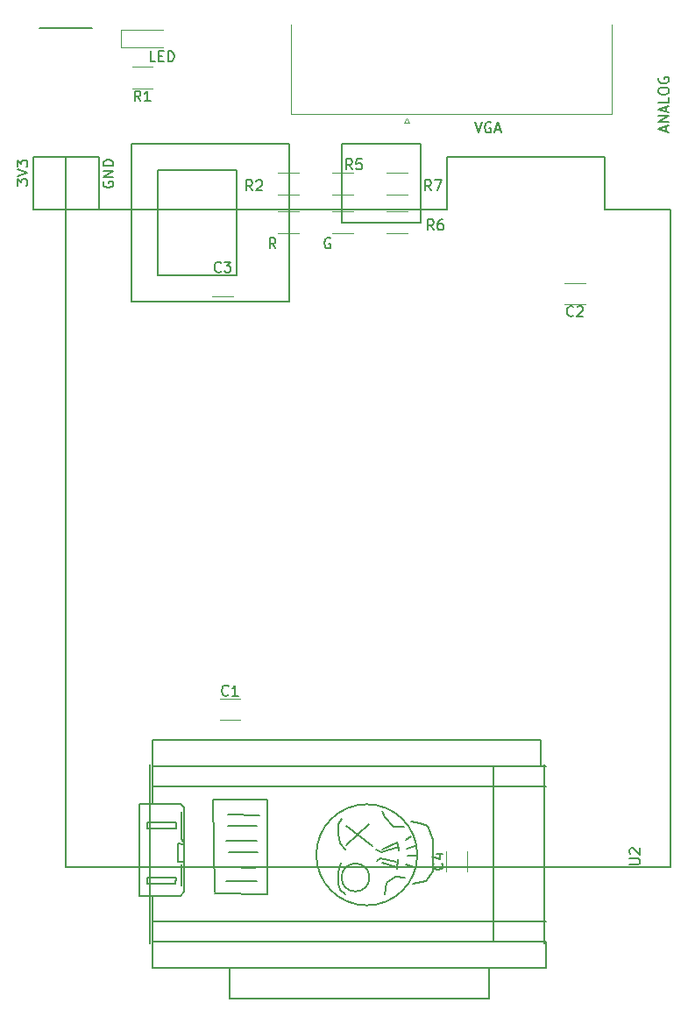
<source format=gbr>
G04 #@! TF.GenerationSoftware,KiCad,Pcbnew,5.0.0-rc2-dev-unknown-0f0d9af~63~ubuntu16.04.1*
G04 #@! TF.CreationDate,2018-03-29T12:16:37-07:00*
G04 #@! TF.ProjectId,mojoback_sram,6D6F6A6F6261636B5F7372616D2E6B69,rev?*
G04 #@! TF.SameCoordinates,Original*
G04 #@! TF.FileFunction,Legend,Top*
G04 #@! TF.FilePolarity,Positive*
%FSLAX46Y46*%
G04 Gerber Fmt 4.6, Leading zero omitted, Abs format (unit mm)*
G04 Created by KiCad (PCBNEW 5.0.0-rc2-dev-unknown-0f0d9af~63~ubuntu16.04.1) date Thu Mar 29 12:16:37 2018*
%MOMM*%
%LPD*%
G01*
G04 APERTURE LIST*
%ADD10C,0.120000*%
%ADD11C,0.150000*%
G04 APERTURE END LIST*
D10*
X98795000Y-104669000D02*
X100795000Y-104669000D01*
X100795000Y-102629000D02*
X98795000Y-102629000D01*
X132117000Y-64537000D02*
X134117000Y-64537000D01*
X134117000Y-62497000D02*
X132117000Y-62497000D01*
X100081000Y-61735000D02*
X98081000Y-61735000D01*
X98081000Y-63775000D02*
X100081000Y-63775000D01*
X122683000Y-119357000D02*
X122683000Y-117357000D01*
X120643000Y-117357000D02*
X120643000Y-119357000D01*
X89275000Y-38035000D02*
X93325000Y-38035000D01*
X89275000Y-39735000D02*
X93325000Y-39735000D01*
X89225000Y-38035000D02*
X89225000Y-39735000D01*
D11*
X100463500Y-51600001D02*
X92843500Y-51600001D01*
X100463500Y-61760001D02*
X100463500Y-51600001D01*
X92843500Y-61760001D02*
X100463500Y-61760001D01*
X92843500Y-51600001D02*
X92843500Y-61760001D01*
X118243500Y-49060001D02*
X110623500Y-49060001D01*
X118243500Y-56680001D02*
X118243500Y-49060001D01*
X110623500Y-56680001D02*
X118243500Y-56680001D01*
X110623500Y-49060001D02*
X110623500Y-56680001D01*
X90303500Y-49060001D02*
X90303500Y-64300001D01*
X105543500Y-49060001D02*
X90303500Y-49060001D01*
X105543500Y-64300001D02*
X105543500Y-49060001D01*
X90303500Y-64300001D02*
X105543500Y-64300001D01*
X81413500Y-37884001D02*
X86493500Y-37884001D01*
X83953500Y-118910001D02*
X83953500Y-55410001D01*
X142373500Y-118910001D02*
X83953500Y-118910001D01*
X142373500Y-55410001D02*
X142373500Y-118910001D01*
X136023500Y-55410001D02*
X142373500Y-55410001D01*
X136023500Y-50330001D02*
X136023500Y-55410001D01*
X120783500Y-50330001D02*
X136023500Y-50330001D01*
X120783500Y-55410001D02*
X120783500Y-50330001D01*
X83953500Y-55410001D02*
X120783500Y-55410001D01*
X83953500Y-55410001D02*
X80778500Y-55410001D01*
X80778500Y-55410001D02*
X80778500Y-50330001D01*
X80778500Y-50330001D02*
X87128500Y-50330001D01*
X87128500Y-50330001D02*
X87128500Y-55410001D01*
X83953500Y-55410001D02*
X83953500Y-50330001D01*
D10*
X92325000Y-43705000D02*
X90325000Y-43705000D01*
X90325000Y-41565000D02*
X92325000Y-41565000D01*
X106425000Y-53955000D02*
X104425000Y-53955000D01*
X104425000Y-51815000D02*
X106425000Y-51815000D01*
X104425000Y-55565000D02*
X106425000Y-55565000D01*
X106425000Y-57705000D02*
X104425000Y-57705000D01*
X111675000Y-57705000D02*
X109675000Y-57705000D01*
X109675000Y-55565000D02*
X111675000Y-55565000D01*
X109675000Y-51815000D02*
X111675000Y-51815000D01*
X111675000Y-53955000D02*
X109675000Y-53955000D01*
X116925000Y-57705000D02*
X114925000Y-57705000D01*
X114925000Y-55565000D02*
X116925000Y-55565000D01*
X114925000Y-51815000D02*
X116925000Y-51815000D01*
X116925000Y-53955000D02*
X114925000Y-53955000D01*
D11*
X110385000Y-121059000D02*
X110905000Y-121529000D01*
X110275000Y-120539000D02*
X110385000Y-121059000D01*
X110275000Y-119429000D02*
X110275000Y-120539000D01*
X110545000Y-118479000D02*
X110275000Y-119429000D01*
X110275000Y-114759000D02*
X110625000Y-114199000D01*
X110235000Y-115709000D02*
X110275000Y-114759000D01*
X110385000Y-116619000D02*
X110235000Y-115709000D01*
X110905000Y-117219000D02*
X110385000Y-116619000D01*
X116055000Y-117249000D02*
X115935000Y-116459000D01*
X115935000Y-119039000D02*
X116015000Y-118169000D01*
X115935000Y-116499000D02*
X114515000Y-117219000D01*
X115815000Y-118919000D02*
X114515000Y-118439000D01*
X114395000Y-117489000D02*
X113915000Y-117219000D01*
X116095000Y-116939000D02*
X114395000Y-117489000D01*
X114355000Y-118089000D02*
X113955000Y-118319000D01*
X115855000Y-118359000D02*
X114355000Y-118089000D01*
X118155000Y-114639000D02*
X117275000Y-114499000D01*
X118925000Y-114899000D02*
X118155000Y-114639000D01*
X119365000Y-116249000D02*
X118925000Y-114899000D01*
X119395000Y-118079000D02*
X119365000Y-116249000D01*
X119395000Y-119279000D02*
X119395000Y-118079000D01*
X118705000Y-120269000D02*
X119395000Y-119279000D01*
X117425000Y-120519000D02*
X118705000Y-120269000D01*
X116805000Y-116289000D02*
X117245000Y-115959000D01*
X116875000Y-117089000D02*
X117685000Y-116829000D01*
X116955000Y-117779000D02*
X117825000Y-117779000D01*
X116765000Y-118659000D02*
X117495000Y-118919000D01*
X114755000Y-114059000D02*
X114505000Y-113439000D01*
X115595000Y-114969000D02*
X114755000Y-114059000D01*
X116625000Y-115009000D02*
X115595000Y-114969000D01*
X115745000Y-119789000D02*
X116695000Y-119869000D01*
X114945000Y-120449000D02*
X115745000Y-119789000D01*
X114725000Y-121509000D02*
X114945000Y-120449000D01*
X113585000Y-116869000D02*
X111035000Y-114899000D01*
X111035000Y-116759000D02*
X113185000Y-114719000D01*
X113250288Y-119899000D02*
G75*
G03X113250288Y-119899000I-1345288J0D01*
G01*
X117884119Y-117709000D02*
G75*
G03X117884119Y-117709000I-4879119J0D01*
G01*
X92275000Y-112619000D02*
X92275000Y-109119000D01*
X92275000Y-126119000D02*
X92275000Y-121619000D01*
X130275000Y-124119000D02*
X92275000Y-124119000D01*
X124775000Y-131619000D02*
X124775000Y-128619000D01*
X99775000Y-131619000D02*
X124775000Y-131619000D01*
X99775000Y-131119000D02*
X99775000Y-131619000D01*
X99775000Y-128619000D02*
X99775000Y-131119000D01*
X92275000Y-128619000D02*
X92275000Y-126119000D01*
X130275000Y-128619000D02*
X92275000Y-128619000D01*
X130275000Y-126119000D02*
X130275000Y-128619000D01*
X92275000Y-106619000D02*
X92275000Y-109119000D01*
X129775000Y-106619000D02*
X92275000Y-106619000D01*
X129775000Y-109119000D02*
X129775000Y-106619000D01*
X125275000Y-109119000D02*
X125275000Y-126119000D01*
X92275000Y-111119000D02*
X130275000Y-111119000D01*
X130275000Y-109119000D02*
X92275000Y-109119000D01*
X92275000Y-126119000D02*
X130275000Y-126119000D01*
X92072000Y-126001000D02*
X92072000Y-108983000D01*
X130172000Y-108983000D02*
X130172000Y-126255000D01*
X92072000Y-125874000D02*
X92072000Y-126255000D01*
X91310000Y-121683000D02*
X94993000Y-121683000D01*
X94993000Y-121683000D02*
X95374000Y-121302000D01*
X95374000Y-121302000D02*
X95374000Y-113174000D01*
X95374000Y-113174000D02*
X94993000Y-112793000D01*
X94993000Y-112793000D02*
X91056000Y-112793000D01*
X91056000Y-112793000D02*
X91056000Y-121683000D01*
X91056000Y-121683000D02*
X91437000Y-121683000D01*
X91818000Y-120540000D02*
X91818000Y-119905000D01*
X91818000Y-119905000D02*
X94612000Y-119905000D01*
X94612000Y-119905000D02*
X94485000Y-120540000D01*
X94485000Y-120540000D02*
X91818000Y-120540000D01*
X91818000Y-115079000D02*
X91818000Y-114571000D01*
X91818000Y-114571000D02*
X94612000Y-114571000D01*
X94612000Y-114571000D02*
X94612000Y-115206000D01*
X94612000Y-115206000D02*
X91818000Y-115206000D01*
X95247000Y-118381000D02*
X94739000Y-118381000D01*
X94739000Y-118381000D02*
X94739000Y-116603000D01*
X94739000Y-116603000D02*
X95247000Y-116730000D01*
X95120000Y-120667000D02*
X95120000Y-118635000D01*
X95247000Y-116476000D02*
X95120000Y-116222000D01*
X95120000Y-116222000D02*
X95120000Y-113555000D01*
X98295000Y-121429000D02*
X103375000Y-121556000D01*
X103375000Y-121556000D02*
X103375000Y-112412000D01*
X103375000Y-112412000D02*
X98168000Y-112412000D01*
X98168000Y-112412000D02*
X98295000Y-121302000D01*
X102359000Y-120286000D02*
X99438000Y-120286000D01*
X102232000Y-119016000D02*
X99565000Y-118889000D01*
X102486000Y-117492000D02*
X99692000Y-117492000D01*
X102359000Y-116349000D02*
X99438000Y-116349000D01*
X102359000Y-114952000D02*
X99565000Y-114952000D01*
X102613000Y-113936000D02*
X99565000Y-113809000D01*
D10*
X116833000Y-46598325D02*
X117083000Y-47031338D01*
X116583000Y-47031338D02*
X116833000Y-46598325D01*
X117083000Y-47031338D02*
X116583000Y-47031338D01*
X105663000Y-46137000D02*
X105663000Y-37537000D01*
X136633000Y-46137000D02*
X105663000Y-46137000D01*
X136633000Y-37537000D02*
X136633000Y-46137000D01*
D11*
X99628333Y-102256142D02*
X99580714Y-102303761D01*
X99437857Y-102351380D01*
X99342619Y-102351380D01*
X99199761Y-102303761D01*
X99104523Y-102208523D01*
X99056904Y-102113285D01*
X99009285Y-101922809D01*
X99009285Y-101779952D01*
X99056904Y-101589476D01*
X99104523Y-101494238D01*
X99199761Y-101399000D01*
X99342619Y-101351380D01*
X99437857Y-101351380D01*
X99580714Y-101399000D01*
X99628333Y-101446619D01*
X100580714Y-102351380D02*
X100009285Y-102351380D01*
X100295000Y-102351380D02*
X100295000Y-101351380D01*
X100199761Y-101494238D01*
X100104523Y-101589476D01*
X100009285Y-101637095D01*
X132950333Y-65624142D02*
X132902714Y-65671761D01*
X132759857Y-65719380D01*
X132664619Y-65719380D01*
X132521761Y-65671761D01*
X132426523Y-65576523D01*
X132378904Y-65481285D01*
X132331285Y-65290809D01*
X132331285Y-65147952D01*
X132378904Y-64957476D01*
X132426523Y-64862238D01*
X132521761Y-64767000D01*
X132664619Y-64719380D01*
X132759857Y-64719380D01*
X132902714Y-64767000D01*
X132950333Y-64814619D01*
X133331285Y-64814619D02*
X133378904Y-64767000D01*
X133474142Y-64719380D01*
X133712238Y-64719380D01*
X133807476Y-64767000D01*
X133855095Y-64814619D01*
X133902714Y-64909857D01*
X133902714Y-65005095D01*
X133855095Y-65147952D01*
X133283666Y-65719380D01*
X133902714Y-65719380D01*
X98914333Y-61362142D02*
X98866714Y-61409761D01*
X98723857Y-61457380D01*
X98628619Y-61457380D01*
X98485761Y-61409761D01*
X98390523Y-61314523D01*
X98342904Y-61219285D01*
X98295285Y-61028809D01*
X98295285Y-60885952D01*
X98342904Y-60695476D01*
X98390523Y-60600238D01*
X98485761Y-60505000D01*
X98628619Y-60457380D01*
X98723857Y-60457380D01*
X98866714Y-60505000D01*
X98914333Y-60552619D01*
X99247666Y-60457380D02*
X99866714Y-60457380D01*
X99533380Y-60838333D01*
X99676238Y-60838333D01*
X99771476Y-60885952D01*
X99819095Y-60933571D01*
X99866714Y-61028809D01*
X99866714Y-61266904D01*
X99819095Y-61362142D01*
X99771476Y-61409761D01*
X99676238Y-61457380D01*
X99390523Y-61457380D01*
X99295285Y-61409761D01*
X99247666Y-61362142D01*
X120270142Y-118523666D02*
X120317761Y-118571285D01*
X120365380Y-118714142D01*
X120365380Y-118809380D01*
X120317761Y-118952238D01*
X120222523Y-119047476D01*
X120127285Y-119095095D01*
X119936809Y-119142714D01*
X119793952Y-119142714D01*
X119603476Y-119095095D01*
X119508238Y-119047476D01*
X119413000Y-118952238D01*
X119365380Y-118809380D01*
X119365380Y-118714142D01*
X119413000Y-118571285D01*
X119460619Y-118523666D01*
X119698714Y-117666523D02*
X120365380Y-117666523D01*
X119317761Y-117904619D02*
X120032047Y-118142714D01*
X120032047Y-117523666D01*
X92572142Y-41109380D02*
X92095952Y-41109380D01*
X92095952Y-40109380D01*
X92905476Y-40585571D02*
X93238809Y-40585571D01*
X93381666Y-41109380D02*
X92905476Y-41109380D01*
X92905476Y-40109380D01*
X93381666Y-40109380D01*
X93810238Y-41109380D02*
X93810238Y-40109380D01*
X94048333Y-40109380D01*
X94191190Y-40157000D01*
X94286428Y-40252238D01*
X94334047Y-40347476D01*
X94381666Y-40537952D01*
X94381666Y-40680809D01*
X94334047Y-40871285D01*
X94286428Y-40966523D01*
X94191190Y-41061761D01*
X94048333Y-41109380D01*
X93810238Y-41109380D01*
X87575000Y-52696904D02*
X87527380Y-52792142D01*
X87527380Y-52935000D01*
X87575000Y-53077857D01*
X87670238Y-53173095D01*
X87765476Y-53220714D01*
X87955952Y-53268333D01*
X88098809Y-53268333D01*
X88289285Y-53220714D01*
X88384523Y-53173095D01*
X88479761Y-53077857D01*
X88527380Y-52935000D01*
X88527380Y-52839761D01*
X88479761Y-52696904D01*
X88432142Y-52649285D01*
X88098809Y-52649285D01*
X88098809Y-52839761D01*
X88527380Y-52220714D02*
X87527380Y-52220714D01*
X88527380Y-51649285D01*
X87527380Y-51649285D01*
X88527380Y-51173095D02*
X87527380Y-51173095D01*
X87527380Y-50935000D01*
X87575000Y-50792142D01*
X87670238Y-50696904D01*
X87765476Y-50649285D01*
X87955952Y-50601666D01*
X88098809Y-50601666D01*
X88289285Y-50649285D01*
X88384523Y-50696904D01*
X88479761Y-50792142D01*
X88527380Y-50935000D01*
X88527380Y-51173095D01*
X79227380Y-53073095D02*
X79227380Y-52454047D01*
X79608333Y-52787380D01*
X79608333Y-52644523D01*
X79655952Y-52549285D01*
X79703571Y-52501666D01*
X79798809Y-52454047D01*
X80036904Y-52454047D01*
X80132142Y-52501666D01*
X80179761Y-52549285D01*
X80227380Y-52644523D01*
X80227380Y-52930238D01*
X80179761Y-53025476D01*
X80132142Y-53073095D01*
X79227380Y-52168333D02*
X80227380Y-51835000D01*
X79227380Y-51501666D01*
X79227380Y-51263571D02*
X79227380Y-50644523D01*
X79608333Y-50977857D01*
X79608333Y-50835000D01*
X79655952Y-50739761D01*
X79703571Y-50692142D01*
X79798809Y-50644523D01*
X80036904Y-50644523D01*
X80132142Y-50692142D01*
X80179761Y-50739761D01*
X80227380Y-50835000D01*
X80227380Y-51120714D01*
X80179761Y-51215952D01*
X80132142Y-51263571D01*
X141895666Y-47848047D02*
X141895666Y-47371857D01*
X142181380Y-47943285D02*
X141181380Y-47609952D01*
X142181380Y-47276619D01*
X142181380Y-46943285D02*
X141181380Y-46943285D01*
X142181380Y-46371857D01*
X141181380Y-46371857D01*
X141895666Y-45943285D02*
X141895666Y-45467095D01*
X142181380Y-46038523D02*
X141181380Y-45705190D01*
X142181380Y-45371857D01*
X142181380Y-44562333D02*
X142181380Y-45038523D01*
X141181380Y-45038523D01*
X141181380Y-44038523D02*
X141181380Y-43848047D01*
X141229000Y-43752809D01*
X141324238Y-43657571D01*
X141514714Y-43609952D01*
X141848047Y-43609952D01*
X142038523Y-43657571D01*
X142133761Y-43752809D01*
X142181380Y-43848047D01*
X142181380Y-44038523D01*
X142133761Y-44133761D01*
X142038523Y-44229000D01*
X141848047Y-44276619D01*
X141514714Y-44276619D01*
X141324238Y-44229000D01*
X141229000Y-44133761D01*
X141181380Y-44038523D01*
X141229000Y-42657571D02*
X141181380Y-42752809D01*
X141181380Y-42895666D01*
X141229000Y-43038523D01*
X141324238Y-43133761D01*
X141419476Y-43181380D01*
X141609952Y-43229000D01*
X141752809Y-43229000D01*
X141943285Y-43181380D01*
X142038523Y-43133761D01*
X142133761Y-43038523D01*
X142181380Y-42895666D01*
X142181380Y-42800428D01*
X142133761Y-42657571D01*
X142086142Y-42609952D01*
X141752809Y-42609952D01*
X141752809Y-42800428D01*
X91158333Y-44937380D02*
X90825000Y-44461190D01*
X90586904Y-44937380D02*
X90586904Y-43937380D01*
X90967857Y-43937380D01*
X91063095Y-43985000D01*
X91110714Y-44032619D01*
X91158333Y-44127857D01*
X91158333Y-44270714D01*
X91110714Y-44365952D01*
X91063095Y-44413571D01*
X90967857Y-44461190D01*
X90586904Y-44461190D01*
X92110714Y-44937380D02*
X91539285Y-44937380D01*
X91825000Y-44937380D02*
X91825000Y-43937380D01*
X91729761Y-44080238D01*
X91634523Y-44175476D01*
X91539285Y-44223095D01*
X101938333Y-53555380D02*
X101605000Y-53079190D01*
X101366904Y-53555380D02*
X101366904Y-52555380D01*
X101747857Y-52555380D01*
X101843095Y-52603000D01*
X101890714Y-52650619D01*
X101938333Y-52745857D01*
X101938333Y-52888714D01*
X101890714Y-52983952D01*
X101843095Y-53031571D01*
X101747857Y-53079190D01*
X101366904Y-53079190D01*
X102319285Y-52650619D02*
X102366904Y-52603000D01*
X102462142Y-52555380D01*
X102700238Y-52555380D01*
X102795476Y-52603000D01*
X102843095Y-52650619D01*
X102890714Y-52745857D01*
X102890714Y-52841095D01*
X102843095Y-52983952D01*
X102271666Y-53555380D01*
X102890714Y-53555380D01*
X104192523Y-59143380D02*
X103859190Y-58667190D01*
X103621095Y-59143380D02*
X103621095Y-58143380D01*
X104002047Y-58143380D01*
X104097285Y-58191000D01*
X104144904Y-58238619D01*
X104192523Y-58333857D01*
X104192523Y-58476714D01*
X104144904Y-58571952D01*
X104097285Y-58619571D01*
X104002047Y-58667190D01*
X103621095Y-58667190D01*
X109478904Y-58191000D02*
X109383666Y-58143380D01*
X109240809Y-58143380D01*
X109097952Y-58191000D01*
X109002714Y-58286238D01*
X108955095Y-58381476D01*
X108907476Y-58571952D01*
X108907476Y-58714809D01*
X108955095Y-58905285D01*
X109002714Y-59000523D01*
X109097952Y-59095761D01*
X109240809Y-59143380D01*
X109336047Y-59143380D01*
X109478904Y-59095761D01*
X109526523Y-59048142D01*
X109526523Y-58714809D01*
X109336047Y-58714809D01*
X111590333Y-51523380D02*
X111257000Y-51047190D01*
X111018904Y-51523380D02*
X111018904Y-50523380D01*
X111399857Y-50523380D01*
X111495095Y-50571000D01*
X111542714Y-50618619D01*
X111590333Y-50713857D01*
X111590333Y-50856714D01*
X111542714Y-50951952D01*
X111495095Y-50999571D01*
X111399857Y-51047190D01*
X111018904Y-51047190D01*
X112495095Y-50523380D02*
X112018904Y-50523380D01*
X111971285Y-50999571D01*
X112018904Y-50951952D01*
X112114142Y-50904333D01*
X112352238Y-50904333D01*
X112447476Y-50951952D01*
X112495095Y-50999571D01*
X112542714Y-51094809D01*
X112542714Y-51332904D01*
X112495095Y-51428142D01*
X112447476Y-51475761D01*
X112352238Y-51523380D01*
X112114142Y-51523380D01*
X112018904Y-51475761D01*
X111971285Y-51428142D01*
X119464333Y-57365380D02*
X119131000Y-56889190D01*
X118892904Y-57365380D02*
X118892904Y-56365380D01*
X119273857Y-56365380D01*
X119369095Y-56413000D01*
X119416714Y-56460619D01*
X119464333Y-56555857D01*
X119464333Y-56698714D01*
X119416714Y-56793952D01*
X119369095Y-56841571D01*
X119273857Y-56889190D01*
X118892904Y-56889190D01*
X120321476Y-56365380D02*
X120131000Y-56365380D01*
X120035761Y-56413000D01*
X119988142Y-56460619D01*
X119892904Y-56603476D01*
X119845285Y-56793952D01*
X119845285Y-57174904D01*
X119892904Y-57270142D01*
X119940523Y-57317761D01*
X120035761Y-57365380D01*
X120226238Y-57365380D01*
X120321476Y-57317761D01*
X120369095Y-57270142D01*
X120416714Y-57174904D01*
X120416714Y-56936809D01*
X120369095Y-56841571D01*
X120321476Y-56793952D01*
X120226238Y-56746333D01*
X120035761Y-56746333D01*
X119940523Y-56793952D01*
X119892904Y-56841571D01*
X119845285Y-56936809D01*
X119210333Y-53555380D02*
X118877000Y-53079190D01*
X118638904Y-53555380D02*
X118638904Y-52555380D01*
X119019857Y-52555380D01*
X119115095Y-52603000D01*
X119162714Y-52650619D01*
X119210333Y-52745857D01*
X119210333Y-52888714D01*
X119162714Y-52983952D01*
X119115095Y-53031571D01*
X119019857Y-53079190D01*
X118638904Y-53079190D01*
X119543666Y-52555380D02*
X120210333Y-52555380D01*
X119781761Y-53555380D01*
X138387380Y-118634904D02*
X139196904Y-118634904D01*
X139292142Y-118587285D01*
X139339761Y-118539666D01*
X139387380Y-118444428D01*
X139387380Y-118253952D01*
X139339761Y-118158714D01*
X139292142Y-118111095D01*
X139196904Y-118063476D01*
X138387380Y-118063476D01*
X138482619Y-117634904D02*
X138435000Y-117587285D01*
X138387380Y-117492047D01*
X138387380Y-117253952D01*
X138435000Y-117158714D01*
X138482619Y-117111095D01*
X138577857Y-117063476D01*
X138673095Y-117063476D01*
X138815952Y-117111095D01*
X139387380Y-117682523D01*
X139387380Y-117063476D01*
X123449095Y-46967380D02*
X123782428Y-47967380D01*
X124115761Y-46967380D01*
X124972904Y-47015000D02*
X124877666Y-46967380D01*
X124734809Y-46967380D01*
X124591952Y-47015000D01*
X124496714Y-47110238D01*
X124449095Y-47205476D01*
X124401476Y-47395952D01*
X124401476Y-47538809D01*
X124449095Y-47729285D01*
X124496714Y-47824523D01*
X124591952Y-47919761D01*
X124734809Y-47967380D01*
X124830047Y-47967380D01*
X124972904Y-47919761D01*
X125020523Y-47872142D01*
X125020523Y-47538809D01*
X124830047Y-47538809D01*
X125401476Y-47681666D02*
X125877666Y-47681666D01*
X125306238Y-47967380D02*
X125639571Y-46967380D01*
X125972904Y-47967380D01*
M02*

</source>
